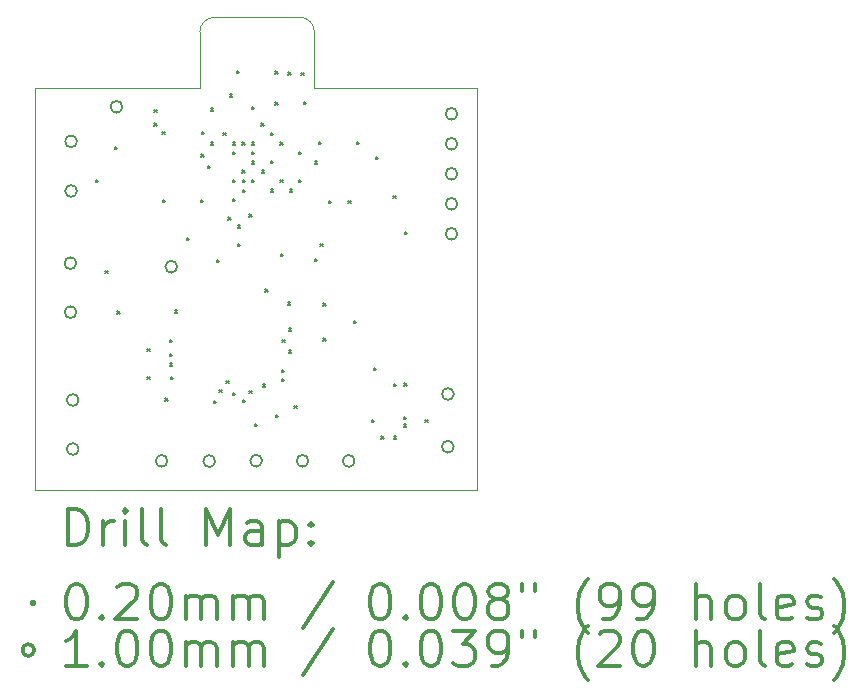
<source format=gbr>
%FSLAX45Y45*%
G04 Gerber Fmt 4.5, Leading zero omitted, Abs format (unit mm)*
G04 Created by KiCad (PCBNEW (5.1.0)-1) date 2019-08-27 17:01:03*
%MOMM*%
%LPD*%
G04 APERTURE LIST*
%ADD10C,0.050000*%
%ADD11C,0.200000*%
%ADD12C,0.300000*%
G04 APERTURE END LIST*
D10*
X12245000Y-4700000D02*
G75*
G02X12370000Y-4825000I0J-125000D01*
G01*
X11400000Y-4825000D02*
G75*
G02X11525000Y-4700000I125000J0D01*
G01*
X10000000Y-5300000D02*
X11400000Y-5300000D01*
X10000000Y-8700000D02*
X10000000Y-5300000D01*
X13750000Y-8700000D02*
X10000000Y-8700000D01*
X13750000Y-5300000D02*
X13750000Y-8700000D01*
X12370000Y-5300000D02*
X13750000Y-5300000D01*
X12370000Y-4825000D02*
X12370000Y-5300000D01*
X11525000Y-4700000D02*
X12245000Y-4700000D01*
X11400000Y-5300000D02*
X11400000Y-4825000D01*
D11*
X10517030Y-6075840D02*
X10537030Y-6095840D01*
X10537030Y-6075840D02*
X10517030Y-6095840D01*
X10599580Y-6849270D02*
X10619580Y-6869270D01*
X10619580Y-6849270D02*
X10599580Y-6869270D01*
X10680860Y-5798980D02*
X10700860Y-5818980D01*
X10700860Y-5798980D02*
X10680860Y-5818980D01*
X10701180Y-7189630D02*
X10721180Y-7209630D01*
X10721180Y-7189630D02*
X10701180Y-7209630D01*
X10953910Y-7745890D02*
X10973910Y-7765890D01*
X10973910Y-7745890D02*
X10953910Y-7765890D01*
X10956450Y-7508400D02*
X10976450Y-7528400D01*
X10976450Y-7508400D02*
X10956450Y-7528400D01*
X11013000Y-5485000D02*
X11033000Y-5505000D01*
X11033000Y-5485000D02*
X11013000Y-5505000D01*
X11013000Y-5600000D02*
X11033000Y-5620000D01*
X11033000Y-5600000D02*
X11013000Y-5620000D01*
X11080910Y-5672234D02*
X11100910Y-5692234D01*
X11100910Y-5672234D02*
X11080910Y-5692234D01*
X11087006Y-6246528D02*
X11107006Y-6266528D01*
X11107006Y-6246528D02*
X11087006Y-6266528D01*
X11107580Y-7927500D02*
X11127580Y-7947500D01*
X11127580Y-7927500D02*
X11107580Y-7947500D01*
X11146950Y-7429660D02*
X11166950Y-7449660D01*
X11166950Y-7429660D02*
X11146950Y-7449660D01*
X11147458Y-7547770D02*
X11167458Y-7567770D01*
X11167458Y-7547770D02*
X11147458Y-7567770D01*
X11148220Y-7630320D02*
X11168220Y-7650320D01*
X11168220Y-7630320D02*
X11148220Y-7650320D01*
X11152030Y-7745890D02*
X11172030Y-7765890D01*
X11172030Y-7745890D02*
X11152030Y-7765890D01*
X11188860Y-7182010D02*
X11208860Y-7202010D01*
X11208860Y-7182010D02*
X11188860Y-7202010D01*
X11292000Y-6566000D02*
X11312000Y-6586000D01*
X11312000Y-6566000D02*
X11292000Y-6586000D01*
X11410602Y-6246782D02*
X11430602Y-6266782D01*
X11430602Y-6246782D02*
X11410602Y-6266782D01*
X11412000Y-5861000D02*
X11432000Y-5881000D01*
X11432000Y-5861000D02*
X11412000Y-5881000D01*
X11413904Y-5672234D02*
X11433904Y-5692234D01*
X11433904Y-5672234D02*
X11413904Y-5692234D01*
X11465000Y-5958000D02*
X11485000Y-5978000D01*
X11485000Y-5958000D02*
X11465000Y-5978000D01*
X11490612Y-5472336D02*
X11510612Y-5492336D01*
X11510612Y-5472336D02*
X11490612Y-5492336D01*
X11492644Y-5759102D02*
X11512644Y-5779102D01*
X11512644Y-5759102D02*
X11492644Y-5779102D01*
X11517790Y-7946550D02*
X11537790Y-7966550D01*
X11537790Y-7946550D02*
X11517790Y-7966550D01*
X11542000Y-6754000D02*
X11562000Y-6774000D01*
X11562000Y-6754000D02*
X11542000Y-6774000D01*
X11563510Y-7852570D02*
X11583510Y-7872570D01*
X11583510Y-7852570D02*
X11563510Y-7872570D01*
X11600000Y-5678000D02*
X11620000Y-5698000D01*
X11620000Y-5678000D02*
X11600000Y-5698000D01*
X11624000Y-7779000D02*
X11644000Y-7799000D01*
X11644000Y-7779000D02*
X11624000Y-7799000D01*
X11639710Y-6395880D02*
X11659710Y-6415880D01*
X11659710Y-6395880D02*
X11639710Y-6415880D01*
X11651140Y-5353210D02*
X11671140Y-5373210D01*
X11671140Y-5353210D02*
X11651140Y-5373210D01*
X11680000Y-5838000D02*
X11700000Y-5858000D01*
X11700000Y-5838000D02*
X11680000Y-5858000D01*
X11680000Y-6237000D02*
X11700000Y-6257000D01*
X11700000Y-6237000D02*
X11680000Y-6257000D01*
X11680000Y-7878000D02*
X11700000Y-7898000D01*
X11700000Y-7878000D02*
X11680000Y-7898000D01*
X11680350Y-5758340D02*
X11700350Y-5778340D01*
X11700350Y-5758340D02*
X11680350Y-5778340D01*
X11680350Y-6078380D02*
X11700350Y-6098380D01*
X11700350Y-6078380D02*
X11680350Y-6098380D01*
X11710576Y-5153566D02*
X11730576Y-5173566D01*
X11730576Y-5153566D02*
X11710576Y-5173566D01*
X11721000Y-6462000D02*
X11741000Y-6482000D01*
X11741000Y-6462000D02*
X11721000Y-6482000D01*
X11721990Y-6616860D02*
X11741990Y-6636860D01*
X11741990Y-6616860D02*
X11721990Y-6636860D01*
X11760000Y-5998000D02*
X11780000Y-6018000D01*
X11780000Y-5998000D02*
X11760000Y-6018000D01*
X11760360Y-5758340D02*
X11780360Y-5778340D01*
X11780360Y-5758340D02*
X11760360Y-5778340D01*
X11761000Y-6078000D02*
X11781000Y-6098000D01*
X11781000Y-6078000D02*
X11761000Y-6098000D01*
X11761000Y-6159000D02*
X11781000Y-6179000D01*
X11781000Y-6159000D02*
X11761000Y-6179000D01*
X11761000Y-7939000D02*
X11781000Y-7959000D01*
X11781000Y-7939000D02*
X11761000Y-7959000D01*
X11818460Y-7865560D02*
X11838460Y-7885560D01*
X11838460Y-7865560D02*
X11818460Y-7885560D01*
X11819000Y-6368000D02*
X11839000Y-6388000D01*
X11839000Y-6368000D02*
X11819000Y-6388000D01*
X11839862Y-5919122D02*
X11859862Y-5939122D01*
X11859862Y-5919122D02*
X11839862Y-5939122D01*
X11840370Y-5758086D02*
X11860370Y-5778086D01*
X11860370Y-5758086D02*
X11840370Y-5778086D01*
X11840624Y-5457096D02*
X11860624Y-5477096D01*
X11860624Y-5457096D02*
X11840624Y-5477096D01*
X11840624Y-6078380D02*
X11860624Y-6098380D01*
X11860624Y-6078380D02*
X11840624Y-6098380D01*
X11840624Y-5838096D02*
X11860624Y-5858096D01*
X11860624Y-5838096D02*
X11840624Y-5858096D01*
X11864000Y-8141000D02*
X11884000Y-8161000D01*
X11884000Y-8141000D02*
X11864000Y-8161000D01*
X11921000Y-5599000D02*
X11941000Y-5619000D01*
X11941000Y-5599000D02*
X11921000Y-5619000D01*
X11921904Y-5996592D02*
X11941904Y-6016592D01*
X11941904Y-5996592D02*
X11921904Y-6016592D01*
X11933588Y-7807866D02*
X11953588Y-7827866D01*
X11953588Y-7807866D02*
X11933588Y-7827866D01*
X11954670Y-7004718D02*
X11974670Y-7024718D01*
X11974670Y-7004718D02*
X11954670Y-7024718D01*
X11999882Y-6158136D02*
X12019882Y-6178136D01*
X12019882Y-6158136D02*
X11999882Y-6178136D01*
X12000385Y-5918365D02*
X12020385Y-5938365D01*
X12020385Y-5918365D02*
X12000385Y-5938365D01*
X12001000Y-5679000D02*
X12021000Y-5699000D01*
X12021000Y-5679000D02*
X12001000Y-5699000D01*
X12039760Y-5159408D02*
X12059760Y-5179408D01*
X12059760Y-5159408D02*
X12039760Y-5179408D01*
X12040000Y-5420000D02*
X12060000Y-5440000D01*
X12060000Y-5420000D02*
X12040000Y-5440000D01*
X12041000Y-8065000D02*
X12061000Y-8085000D01*
X12061000Y-8065000D02*
X12041000Y-8085000D01*
X12080380Y-6078360D02*
X12100380Y-6098360D01*
X12100380Y-6078360D02*
X12080380Y-6098360D01*
X12080400Y-5758340D02*
X12100400Y-5778340D01*
X12100400Y-5758340D02*
X12080400Y-5778340D01*
X12088020Y-6704490D02*
X12108020Y-6724490D01*
X12108020Y-6704490D02*
X12088020Y-6724490D01*
X12094370Y-7683660D02*
X12114370Y-7703660D01*
X12114370Y-7683660D02*
X12094370Y-7703660D01*
X12094370Y-7761130D02*
X12114370Y-7781130D01*
X12114370Y-7761130D02*
X12094370Y-7781130D01*
X12098180Y-7430930D02*
X12118180Y-7450930D01*
X12118180Y-7430930D02*
X12098180Y-7450930D01*
X12145730Y-7114990D02*
X12165730Y-7134990D01*
X12165730Y-7114990D02*
X12145730Y-7134990D01*
X12149234Y-5166520D02*
X12169234Y-5186520D01*
X12169234Y-5166520D02*
X12149234Y-5186520D01*
X12154060Y-7333140D02*
X12174060Y-7353140D01*
X12174060Y-7333140D02*
X12154060Y-7353140D01*
X12154060Y-7521100D02*
X12174060Y-7541100D01*
X12174060Y-7521100D02*
X12154060Y-7541100D01*
X12160156Y-6158136D02*
X12180156Y-6178136D01*
X12180156Y-6158136D02*
X12160156Y-6178136D01*
X12201050Y-7988460D02*
X12221050Y-8008460D01*
X12221050Y-7988460D02*
X12201050Y-8008460D01*
X12240166Y-6078888D02*
X12260166Y-6098888D01*
X12260166Y-6078888D02*
X12240166Y-6098888D01*
X12240420Y-5838350D02*
X12260420Y-5858350D01*
X12260420Y-5838350D02*
X12240420Y-5858350D01*
X12259978Y-5169822D02*
X12279978Y-5189822D01*
X12279978Y-5169822D02*
X12259978Y-5189822D01*
X12282076Y-5414170D02*
X12302076Y-5434170D01*
X12302076Y-5414170D02*
X12282076Y-5434170D01*
X12374000Y-5919000D02*
X12394000Y-5939000D01*
X12394000Y-5919000D02*
X12374000Y-5939000D01*
X12374000Y-6747000D02*
X12394000Y-6767000D01*
X12394000Y-6747000D02*
X12374000Y-6767000D01*
X12406536Y-5757070D02*
X12426536Y-5777070D01*
X12426536Y-5757070D02*
X12406536Y-5777070D01*
X12420760Y-6616860D02*
X12440760Y-6636860D01*
X12440760Y-6616860D02*
X12420760Y-6636860D01*
X12444522Y-7123156D02*
X12464522Y-7143156D01*
X12464522Y-7123156D02*
X12444522Y-7143156D01*
X12444522Y-7418156D02*
X12464522Y-7438156D01*
X12464522Y-7418156D02*
X12444522Y-7438156D01*
X12493658Y-6256180D02*
X12513658Y-6276180D01*
X12513658Y-6256180D02*
X12493658Y-6276180D01*
X12658250Y-6253894D02*
X12678250Y-6273894D01*
X12678250Y-6253894D02*
X12658250Y-6273894D01*
X12704478Y-7269894D02*
X12724478Y-7289894D01*
X12724478Y-7269894D02*
X12704478Y-7289894D01*
X12726830Y-5755800D02*
X12746830Y-5775800D01*
X12746830Y-5755800D02*
X12726830Y-5775800D01*
X12854084Y-8108094D02*
X12874084Y-8128094D01*
X12874084Y-8108094D02*
X12854084Y-8128094D01*
X12871810Y-7669182D02*
X12891810Y-7689182D01*
X12891810Y-7669182D02*
X12871810Y-7689182D01*
X12889136Y-5883054D02*
X12909136Y-5903054D01*
X12909136Y-5883054D02*
X12889136Y-5903054D01*
X12934906Y-8248606D02*
X12954906Y-8268606D01*
X12954906Y-8248606D02*
X12934906Y-8268606D01*
X13037980Y-6211730D02*
X13057980Y-6231730D01*
X13057980Y-6211730D02*
X13037980Y-6231730D01*
X13040906Y-8249704D02*
X13060906Y-8269704D01*
X13060906Y-8249704D02*
X13040906Y-8269704D01*
X13042552Y-7802278D02*
X13062552Y-7822278D01*
X13062552Y-7802278D02*
X13042552Y-7822278D01*
X13124594Y-8083710D02*
X13144594Y-8103710D01*
X13144594Y-8083710D02*
X13124594Y-8103710D01*
X13124594Y-8147972D02*
X13144594Y-8167972D01*
X13144594Y-8147972D02*
X13124594Y-8167972D01*
X13131706Y-7801262D02*
X13151706Y-7821262D01*
X13151706Y-7801262D02*
X13131706Y-7821262D01*
X13135770Y-6517546D02*
X13155770Y-6537546D01*
X13155770Y-6517546D02*
X13135770Y-6537546D01*
X13309506Y-8107840D02*
X13329506Y-8127840D01*
X13329506Y-8107840D02*
X13309506Y-8127840D01*
X10373830Y-8356310D02*
G75*
G03X10373830Y-8356310I-50000J0D01*
G01*
X10743400Y-5458460D02*
G75*
G03X10743400Y-5458460I-50000J0D01*
G01*
X10354310Y-7197390D02*
G75*
G03X10354310Y-7197390I-50000J0D01*
G01*
X11926278Y-8455406D02*
G75*
G03X11926278Y-8455406I-50000J0D01*
G01*
X10359310Y-5751390D02*
G75*
G03X10359310Y-5751390I-50000J0D01*
G01*
X13580580Y-5519166D02*
G75*
G03X13580580Y-5519166I-50000J0D01*
G01*
X13580580Y-5773166D02*
G75*
G03X13580580Y-5773166I-50000J0D01*
G01*
X13580580Y-6027166D02*
G75*
G03X13580580Y-6027166I-50000J0D01*
G01*
X13580580Y-6281166D02*
G75*
G03X13580580Y-6281166I-50000J0D01*
G01*
X13580580Y-6535166D02*
G75*
G03X13580580Y-6535166I-50000J0D01*
G01*
X12318962Y-8455406D02*
G75*
G03X12318962Y-8455406I-50000J0D01*
G01*
X10373830Y-7941310D02*
G75*
G03X10373830Y-7941310I-50000J0D01*
G01*
X10353510Y-6782390D02*
G75*
G03X10353510Y-6782390I-50000J0D01*
G01*
X11125924Y-8456930D02*
G75*
G03X11125924Y-8456930I-50000J0D01*
G01*
X10359310Y-6171390D02*
G75*
G03X10359310Y-6171390I-50000J0D01*
G01*
X13549592Y-7890256D02*
G75*
G03X13549592Y-7890256I-50000J0D01*
G01*
X11529022Y-8458454D02*
G75*
G03X11529022Y-8458454I-50000J0D01*
G01*
X11208220Y-6812280D02*
G75*
G03X11208220Y-6812280I-50000J0D01*
G01*
X12710122Y-8456930D02*
G75*
G03X12710122Y-8456930I-50000J0D01*
G01*
X13549592Y-8337296D02*
G75*
G03X13549592Y-8337296I-50000J0D01*
G01*
D12*
X10283928Y-9168214D02*
X10283928Y-8868214D01*
X10355357Y-8868214D01*
X10398214Y-8882500D01*
X10426786Y-8911072D01*
X10441071Y-8939643D01*
X10455357Y-8996786D01*
X10455357Y-9039643D01*
X10441071Y-9096786D01*
X10426786Y-9125357D01*
X10398214Y-9153929D01*
X10355357Y-9168214D01*
X10283928Y-9168214D01*
X10583928Y-9168214D02*
X10583928Y-8968214D01*
X10583928Y-9025357D02*
X10598214Y-8996786D01*
X10612500Y-8982500D01*
X10641071Y-8968214D01*
X10669643Y-8968214D01*
X10769643Y-9168214D02*
X10769643Y-8968214D01*
X10769643Y-8868214D02*
X10755357Y-8882500D01*
X10769643Y-8896786D01*
X10783928Y-8882500D01*
X10769643Y-8868214D01*
X10769643Y-8896786D01*
X10955357Y-9168214D02*
X10926786Y-9153929D01*
X10912500Y-9125357D01*
X10912500Y-8868214D01*
X11112500Y-9168214D02*
X11083928Y-9153929D01*
X11069643Y-9125357D01*
X11069643Y-8868214D01*
X11455357Y-9168214D02*
X11455357Y-8868214D01*
X11555357Y-9082500D01*
X11655357Y-8868214D01*
X11655357Y-9168214D01*
X11926786Y-9168214D02*
X11926786Y-9011072D01*
X11912500Y-8982500D01*
X11883928Y-8968214D01*
X11826786Y-8968214D01*
X11798214Y-8982500D01*
X11926786Y-9153929D02*
X11898214Y-9168214D01*
X11826786Y-9168214D01*
X11798214Y-9153929D01*
X11783928Y-9125357D01*
X11783928Y-9096786D01*
X11798214Y-9068214D01*
X11826786Y-9053929D01*
X11898214Y-9053929D01*
X11926786Y-9039643D01*
X12069643Y-8968214D02*
X12069643Y-9268214D01*
X12069643Y-8982500D02*
X12098214Y-8968214D01*
X12155357Y-8968214D01*
X12183928Y-8982500D01*
X12198214Y-8996786D01*
X12212500Y-9025357D01*
X12212500Y-9111072D01*
X12198214Y-9139643D01*
X12183928Y-9153929D01*
X12155357Y-9168214D01*
X12098214Y-9168214D01*
X12069643Y-9153929D01*
X12341071Y-9139643D02*
X12355357Y-9153929D01*
X12341071Y-9168214D01*
X12326786Y-9153929D01*
X12341071Y-9139643D01*
X12341071Y-9168214D01*
X12341071Y-8982500D02*
X12355357Y-8996786D01*
X12341071Y-9011072D01*
X12326786Y-8996786D01*
X12341071Y-8982500D01*
X12341071Y-9011072D01*
X9977500Y-9652500D02*
X9997500Y-9672500D01*
X9997500Y-9652500D02*
X9977500Y-9672500D01*
X10341071Y-9498214D02*
X10369643Y-9498214D01*
X10398214Y-9512500D01*
X10412500Y-9526786D01*
X10426786Y-9555357D01*
X10441071Y-9612500D01*
X10441071Y-9683929D01*
X10426786Y-9741072D01*
X10412500Y-9769643D01*
X10398214Y-9783929D01*
X10369643Y-9798214D01*
X10341071Y-9798214D01*
X10312500Y-9783929D01*
X10298214Y-9769643D01*
X10283928Y-9741072D01*
X10269643Y-9683929D01*
X10269643Y-9612500D01*
X10283928Y-9555357D01*
X10298214Y-9526786D01*
X10312500Y-9512500D01*
X10341071Y-9498214D01*
X10569643Y-9769643D02*
X10583928Y-9783929D01*
X10569643Y-9798214D01*
X10555357Y-9783929D01*
X10569643Y-9769643D01*
X10569643Y-9798214D01*
X10698214Y-9526786D02*
X10712500Y-9512500D01*
X10741071Y-9498214D01*
X10812500Y-9498214D01*
X10841071Y-9512500D01*
X10855357Y-9526786D01*
X10869643Y-9555357D01*
X10869643Y-9583929D01*
X10855357Y-9626786D01*
X10683928Y-9798214D01*
X10869643Y-9798214D01*
X11055357Y-9498214D02*
X11083928Y-9498214D01*
X11112500Y-9512500D01*
X11126786Y-9526786D01*
X11141071Y-9555357D01*
X11155357Y-9612500D01*
X11155357Y-9683929D01*
X11141071Y-9741072D01*
X11126786Y-9769643D01*
X11112500Y-9783929D01*
X11083928Y-9798214D01*
X11055357Y-9798214D01*
X11026786Y-9783929D01*
X11012500Y-9769643D01*
X10998214Y-9741072D01*
X10983928Y-9683929D01*
X10983928Y-9612500D01*
X10998214Y-9555357D01*
X11012500Y-9526786D01*
X11026786Y-9512500D01*
X11055357Y-9498214D01*
X11283928Y-9798214D02*
X11283928Y-9598214D01*
X11283928Y-9626786D02*
X11298214Y-9612500D01*
X11326786Y-9598214D01*
X11369643Y-9598214D01*
X11398214Y-9612500D01*
X11412500Y-9641072D01*
X11412500Y-9798214D01*
X11412500Y-9641072D02*
X11426786Y-9612500D01*
X11455357Y-9598214D01*
X11498214Y-9598214D01*
X11526786Y-9612500D01*
X11541071Y-9641072D01*
X11541071Y-9798214D01*
X11683928Y-9798214D02*
X11683928Y-9598214D01*
X11683928Y-9626786D02*
X11698214Y-9612500D01*
X11726786Y-9598214D01*
X11769643Y-9598214D01*
X11798214Y-9612500D01*
X11812500Y-9641072D01*
X11812500Y-9798214D01*
X11812500Y-9641072D02*
X11826786Y-9612500D01*
X11855357Y-9598214D01*
X11898214Y-9598214D01*
X11926786Y-9612500D01*
X11941071Y-9641072D01*
X11941071Y-9798214D01*
X12526786Y-9483929D02*
X12269643Y-9869643D01*
X12912500Y-9498214D02*
X12941071Y-9498214D01*
X12969643Y-9512500D01*
X12983928Y-9526786D01*
X12998214Y-9555357D01*
X13012500Y-9612500D01*
X13012500Y-9683929D01*
X12998214Y-9741072D01*
X12983928Y-9769643D01*
X12969643Y-9783929D01*
X12941071Y-9798214D01*
X12912500Y-9798214D01*
X12883928Y-9783929D01*
X12869643Y-9769643D01*
X12855357Y-9741072D01*
X12841071Y-9683929D01*
X12841071Y-9612500D01*
X12855357Y-9555357D01*
X12869643Y-9526786D01*
X12883928Y-9512500D01*
X12912500Y-9498214D01*
X13141071Y-9769643D02*
X13155357Y-9783929D01*
X13141071Y-9798214D01*
X13126786Y-9783929D01*
X13141071Y-9769643D01*
X13141071Y-9798214D01*
X13341071Y-9498214D02*
X13369643Y-9498214D01*
X13398214Y-9512500D01*
X13412500Y-9526786D01*
X13426786Y-9555357D01*
X13441071Y-9612500D01*
X13441071Y-9683929D01*
X13426786Y-9741072D01*
X13412500Y-9769643D01*
X13398214Y-9783929D01*
X13369643Y-9798214D01*
X13341071Y-9798214D01*
X13312500Y-9783929D01*
X13298214Y-9769643D01*
X13283928Y-9741072D01*
X13269643Y-9683929D01*
X13269643Y-9612500D01*
X13283928Y-9555357D01*
X13298214Y-9526786D01*
X13312500Y-9512500D01*
X13341071Y-9498214D01*
X13626786Y-9498214D02*
X13655357Y-9498214D01*
X13683928Y-9512500D01*
X13698214Y-9526786D01*
X13712500Y-9555357D01*
X13726786Y-9612500D01*
X13726786Y-9683929D01*
X13712500Y-9741072D01*
X13698214Y-9769643D01*
X13683928Y-9783929D01*
X13655357Y-9798214D01*
X13626786Y-9798214D01*
X13598214Y-9783929D01*
X13583928Y-9769643D01*
X13569643Y-9741072D01*
X13555357Y-9683929D01*
X13555357Y-9612500D01*
X13569643Y-9555357D01*
X13583928Y-9526786D01*
X13598214Y-9512500D01*
X13626786Y-9498214D01*
X13898214Y-9626786D02*
X13869643Y-9612500D01*
X13855357Y-9598214D01*
X13841071Y-9569643D01*
X13841071Y-9555357D01*
X13855357Y-9526786D01*
X13869643Y-9512500D01*
X13898214Y-9498214D01*
X13955357Y-9498214D01*
X13983928Y-9512500D01*
X13998214Y-9526786D01*
X14012500Y-9555357D01*
X14012500Y-9569643D01*
X13998214Y-9598214D01*
X13983928Y-9612500D01*
X13955357Y-9626786D01*
X13898214Y-9626786D01*
X13869643Y-9641072D01*
X13855357Y-9655357D01*
X13841071Y-9683929D01*
X13841071Y-9741072D01*
X13855357Y-9769643D01*
X13869643Y-9783929D01*
X13898214Y-9798214D01*
X13955357Y-9798214D01*
X13983928Y-9783929D01*
X13998214Y-9769643D01*
X14012500Y-9741072D01*
X14012500Y-9683929D01*
X13998214Y-9655357D01*
X13983928Y-9641072D01*
X13955357Y-9626786D01*
X14126786Y-9498214D02*
X14126786Y-9555357D01*
X14241071Y-9498214D02*
X14241071Y-9555357D01*
X14683928Y-9912500D02*
X14669643Y-9898214D01*
X14641071Y-9855357D01*
X14626786Y-9826786D01*
X14612500Y-9783929D01*
X14598214Y-9712500D01*
X14598214Y-9655357D01*
X14612500Y-9583929D01*
X14626786Y-9541072D01*
X14641071Y-9512500D01*
X14669643Y-9469643D01*
X14683928Y-9455357D01*
X14812500Y-9798214D02*
X14869643Y-9798214D01*
X14898214Y-9783929D01*
X14912500Y-9769643D01*
X14941071Y-9726786D01*
X14955357Y-9669643D01*
X14955357Y-9555357D01*
X14941071Y-9526786D01*
X14926786Y-9512500D01*
X14898214Y-9498214D01*
X14841071Y-9498214D01*
X14812500Y-9512500D01*
X14798214Y-9526786D01*
X14783928Y-9555357D01*
X14783928Y-9626786D01*
X14798214Y-9655357D01*
X14812500Y-9669643D01*
X14841071Y-9683929D01*
X14898214Y-9683929D01*
X14926786Y-9669643D01*
X14941071Y-9655357D01*
X14955357Y-9626786D01*
X15098214Y-9798214D02*
X15155357Y-9798214D01*
X15183928Y-9783929D01*
X15198214Y-9769643D01*
X15226786Y-9726786D01*
X15241071Y-9669643D01*
X15241071Y-9555357D01*
X15226786Y-9526786D01*
X15212500Y-9512500D01*
X15183928Y-9498214D01*
X15126786Y-9498214D01*
X15098214Y-9512500D01*
X15083928Y-9526786D01*
X15069643Y-9555357D01*
X15069643Y-9626786D01*
X15083928Y-9655357D01*
X15098214Y-9669643D01*
X15126786Y-9683929D01*
X15183928Y-9683929D01*
X15212500Y-9669643D01*
X15226786Y-9655357D01*
X15241071Y-9626786D01*
X15598214Y-9798214D02*
X15598214Y-9498214D01*
X15726786Y-9798214D02*
X15726786Y-9641072D01*
X15712500Y-9612500D01*
X15683928Y-9598214D01*
X15641071Y-9598214D01*
X15612500Y-9612500D01*
X15598214Y-9626786D01*
X15912500Y-9798214D02*
X15883928Y-9783929D01*
X15869643Y-9769643D01*
X15855357Y-9741072D01*
X15855357Y-9655357D01*
X15869643Y-9626786D01*
X15883928Y-9612500D01*
X15912500Y-9598214D01*
X15955357Y-9598214D01*
X15983928Y-9612500D01*
X15998214Y-9626786D01*
X16012500Y-9655357D01*
X16012500Y-9741072D01*
X15998214Y-9769643D01*
X15983928Y-9783929D01*
X15955357Y-9798214D01*
X15912500Y-9798214D01*
X16183928Y-9798214D02*
X16155357Y-9783929D01*
X16141071Y-9755357D01*
X16141071Y-9498214D01*
X16412500Y-9783929D02*
X16383928Y-9798214D01*
X16326786Y-9798214D01*
X16298214Y-9783929D01*
X16283928Y-9755357D01*
X16283928Y-9641072D01*
X16298214Y-9612500D01*
X16326786Y-9598214D01*
X16383928Y-9598214D01*
X16412500Y-9612500D01*
X16426786Y-9641072D01*
X16426786Y-9669643D01*
X16283928Y-9698214D01*
X16541071Y-9783929D02*
X16569643Y-9798214D01*
X16626786Y-9798214D01*
X16655357Y-9783929D01*
X16669643Y-9755357D01*
X16669643Y-9741072D01*
X16655357Y-9712500D01*
X16626786Y-9698214D01*
X16583928Y-9698214D01*
X16555357Y-9683929D01*
X16541071Y-9655357D01*
X16541071Y-9641072D01*
X16555357Y-9612500D01*
X16583928Y-9598214D01*
X16626786Y-9598214D01*
X16655357Y-9612500D01*
X16769643Y-9912500D02*
X16783928Y-9898214D01*
X16812500Y-9855357D01*
X16826786Y-9826786D01*
X16841071Y-9783929D01*
X16855357Y-9712500D01*
X16855357Y-9655357D01*
X16841071Y-9583929D01*
X16826786Y-9541072D01*
X16812500Y-9512500D01*
X16783928Y-9469643D01*
X16769643Y-9455357D01*
X9997500Y-10058500D02*
G75*
G03X9997500Y-10058500I-50000J0D01*
G01*
X10441071Y-10194214D02*
X10269643Y-10194214D01*
X10355357Y-10194214D02*
X10355357Y-9894214D01*
X10326786Y-9937072D01*
X10298214Y-9965643D01*
X10269643Y-9979929D01*
X10569643Y-10165643D02*
X10583928Y-10179929D01*
X10569643Y-10194214D01*
X10555357Y-10179929D01*
X10569643Y-10165643D01*
X10569643Y-10194214D01*
X10769643Y-9894214D02*
X10798214Y-9894214D01*
X10826786Y-9908500D01*
X10841071Y-9922786D01*
X10855357Y-9951357D01*
X10869643Y-10008500D01*
X10869643Y-10079929D01*
X10855357Y-10137072D01*
X10841071Y-10165643D01*
X10826786Y-10179929D01*
X10798214Y-10194214D01*
X10769643Y-10194214D01*
X10741071Y-10179929D01*
X10726786Y-10165643D01*
X10712500Y-10137072D01*
X10698214Y-10079929D01*
X10698214Y-10008500D01*
X10712500Y-9951357D01*
X10726786Y-9922786D01*
X10741071Y-9908500D01*
X10769643Y-9894214D01*
X11055357Y-9894214D02*
X11083928Y-9894214D01*
X11112500Y-9908500D01*
X11126786Y-9922786D01*
X11141071Y-9951357D01*
X11155357Y-10008500D01*
X11155357Y-10079929D01*
X11141071Y-10137072D01*
X11126786Y-10165643D01*
X11112500Y-10179929D01*
X11083928Y-10194214D01*
X11055357Y-10194214D01*
X11026786Y-10179929D01*
X11012500Y-10165643D01*
X10998214Y-10137072D01*
X10983928Y-10079929D01*
X10983928Y-10008500D01*
X10998214Y-9951357D01*
X11012500Y-9922786D01*
X11026786Y-9908500D01*
X11055357Y-9894214D01*
X11283928Y-10194214D02*
X11283928Y-9994214D01*
X11283928Y-10022786D02*
X11298214Y-10008500D01*
X11326786Y-9994214D01*
X11369643Y-9994214D01*
X11398214Y-10008500D01*
X11412500Y-10037072D01*
X11412500Y-10194214D01*
X11412500Y-10037072D02*
X11426786Y-10008500D01*
X11455357Y-9994214D01*
X11498214Y-9994214D01*
X11526786Y-10008500D01*
X11541071Y-10037072D01*
X11541071Y-10194214D01*
X11683928Y-10194214D02*
X11683928Y-9994214D01*
X11683928Y-10022786D02*
X11698214Y-10008500D01*
X11726786Y-9994214D01*
X11769643Y-9994214D01*
X11798214Y-10008500D01*
X11812500Y-10037072D01*
X11812500Y-10194214D01*
X11812500Y-10037072D02*
X11826786Y-10008500D01*
X11855357Y-9994214D01*
X11898214Y-9994214D01*
X11926786Y-10008500D01*
X11941071Y-10037072D01*
X11941071Y-10194214D01*
X12526786Y-9879929D02*
X12269643Y-10265643D01*
X12912500Y-9894214D02*
X12941071Y-9894214D01*
X12969643Y-9908500D01*
X12983928Y-9922786D01*
X12998214Y-9951357D01*
X13012500Y-10008500D01*
X13012500Y-10079929D01*
X12998214Y-10137072D01*
X12983928Y-10165643D01*
X12969643Y-10179929D01*
X12941071Y-10194214D01*
X12912500Y-10194214D01*
X12883928Y-10179929D01*
X12869643Y-10165643D01*
X12855357Y-10137072D01*
X12841071Y-10079929D01*
X12841071Y-10008500D01*
X12855357Y-9951357D01*
X12869643Y-9922786D01*
X12883928Y-9908500D01*
X12912500Y-9894214D01*
X13141071Y-10165643D02*
X13155357Y-10179929D01*
X13141071Y-10194214D01*
X13126786Y-10179929D01*
X13141071Y-10165643D01*
X13141071Y-10194214D01*
X13341071Y-9894214D02*
X13369643Y-9894214D01*
X13398214Y-9908500D01*
X13412500Y-9922786D01*
X13426786Y-9951357D01*
X13441071Y-10008500D01*
X13441071Y-10079929D01*
X13426786Y-10137072D01*
X13412500Y-10165643D01*
X13398214Y-10179929D01*
X13369643Y-10194214D01*
X13341071Y-10194214D01*
X13312500Y-10179929D01*
X13298214Y-10165643D01*
X13283928Y-10137072D01*
X13269643Y-10079929D01*
X13269643Y-10008500D01*
X13283928Y-9951357D01*
X13298214Y-9922786D01*
X13312500Y-9908500D01*
X13341071Y-9894214D01*
X13541071Y-9894214D02*
X13726786Y-9894214D01*
X13626786Y-10008500D01*
X13669643Y-10008500D01*
X13698214Y-10022786D01*
X13712500Y-10037072D01*
X13726786Y-10065643D01*
X13726786Y-10137072D01*
X13712500Y-10165643D01*
X13698214Y-10179929D01*
X13669643Y-10194214D01*
X13583928Y-10194214D01*
X13555357Y-10179929D01*
X13541071Y-10165643D01*
X13869643Y-10194214D02*
X13926786Y-10194214D01*
X13955357Y-10179929D01*
X13969643Y-10165643D01*
X13998214Y-10122786D01*
X14012500Y-10065643D01*
X14012500Y-9951357D01*
X13998214Y-9922786D01*
X13983928Y-9908500D01*
X13955357Y-9894214D01*
X13898214Y-9894214D01*
X13869643Y-9908500D01*
X13855357Y-9922786D01*
X13841071Y-9951357D01*
X13841071Y-10022786D01*
X13855357Y-10051357D01*
X13869643Y-10065643D01*
X13898214Y-10079929D01*
X13955357Y-10079929D01*
X13983928Y-10065643D01*
X13998214Y-10051357D01*
X14012500Y-10022786D01*
X14126786Y-9894214D02*
X14126786Y-9951357D01*
X14241071Y-9894214D02*
X14241071Y-9951357D01*
X14683928Y-10308500D02*
X14669643Y-10294214D01*
X14641071Y-10251357D01*
X14626786Y-10222786D01*
X14612500Y-10179929D01*
X14598214Y-10108500D01*
X14598214Y-10051357D01*
X14612500Y-9979929D01*
X14626786Y-9937072D01*
X14641071Y-9908500D01*
X14669643Y-9865643D01*
X14683928Y-9851357D01*
X14783928Y-9922786D02*
X14798214Y-9908500D01*
X14826786Y-9894214D01*
X14898214Y-9894214D01*
X14926786Y-9908500D01*
X14941071Y-9922786D01*
X14955357Y-9951357D01*
X14955357Y-9979929D01*
X14941071Y-10022786D01*
X14769643Y-10194214D01*
X14955357Y-10194214D01*
X15141071Y-9894214D02*
X15169643Y-9894214D01*
X15198214Y-9908500D01*
X15212500Y-9922786D01*
X15226786Y-9951357D01*
X15241071Y-10008500D01*
X15241071Y-10079929D01*
X15226786Y-10137072D01*
X15212500Y-10165643D01*
X15198214Y-10179929D01*
X15169643Y-10194214D01*
X15141071Y-10194214D01*
X15112500Y-10179929D01*
X15098214Y-10165643D01*
X15083928Y-10137072D01*
X15069643Y-10079929D01*
X15069643Y-10008500D01*
X15083928Y-9951357D01*
X15098214Y-9922786D01*
X15112500Y-9908500D01*
X15141071Y-9894214D01*
X15598214Y-10194214D02*
X15598214Y-9894214D01*
X15726786Y-10194214D02*
X15726786Y-10037072D01*
X15712500Y-10008500D01*
X15683928Y-9994214D01*
X15641071Y-9994214D01*
X15612500Y-10008500D01*
X15598214Y-10022786D01*
X15912500Y-10194214D02*
X15883928Y-10179929D01*
X15869643Y-10165643D01*
X15855357Y-10137072D01*
X15855357Y-10051357D01*
X15869643Y-10022786D01*
X15883928Y-10008500D01*
X15912500Y-9994214D01*
X15955357Y-9994214D01*
X15983928Y-10008500D01*
X15998214Y-10022786D01*
X16012500Y-10051357D01*
X16012500Y-10137072D01*
X15998214Y-10165643D01*
X15983928Y-10179929D01*
X15955357Y-10194214D01*
X15912500Y-10194214D01*
X16183928Y-10194214D02*
X16155357Y-10179929D01*
X16141071Y-10151357D01*
X16141071Y-9894214D01*
X16412500Y-10179929D02*
X16383928Y-10194214D01*
X16326786Y-10194214D01*
X16298214Y-10179929D01*
X16283928Y-10151357D01*
X16283928Y-10037072D01*
X16298214Y-10008500D01*
X16326786Y-9994214D01*
X16383928Y-9994214D01*
X16412500Y-10008500D01*
X16426786Y-10037072D01*
X16426786Y-10065643D01*
X16283928Y-10094214D01*
X16541071Y-10179929D02*
X16569643Y-10194214D01*
X16626786Y-10194214D01*
X16655357Y-10179929D01*
X16669643Y-10151357D01*
X16669643Y-10137072D01*
X16655357Y-10108500D01*
X16626786Y-10094214D01*
X16583928Y-10094214D01*
X16555357Y-10079929D01*
X16541071Y-10051357D01*
X16541071Y-10037072D01*
X16555357Y-10008500D01*
X16583928Y-9994214D01*
X16626786Y-9994214D01*
X16655357Y-10008500D01*
X16769643Y-10308500D02*
X16783928Y-10294214D01*
X16812500Y-10251357D01*
X16826786Y-10222786D01*
X16841071Y-10179929D01*
X16855357Y-10108500D01*
X16855357Y-10051357D01*
X16841071Y-9979929D01*
X16826786Y-9937072D01*
X16812500Y-9908500D01*
X16783928Y-9865643D01*
X16769643Y-9851357D01*
M02*

</source>
